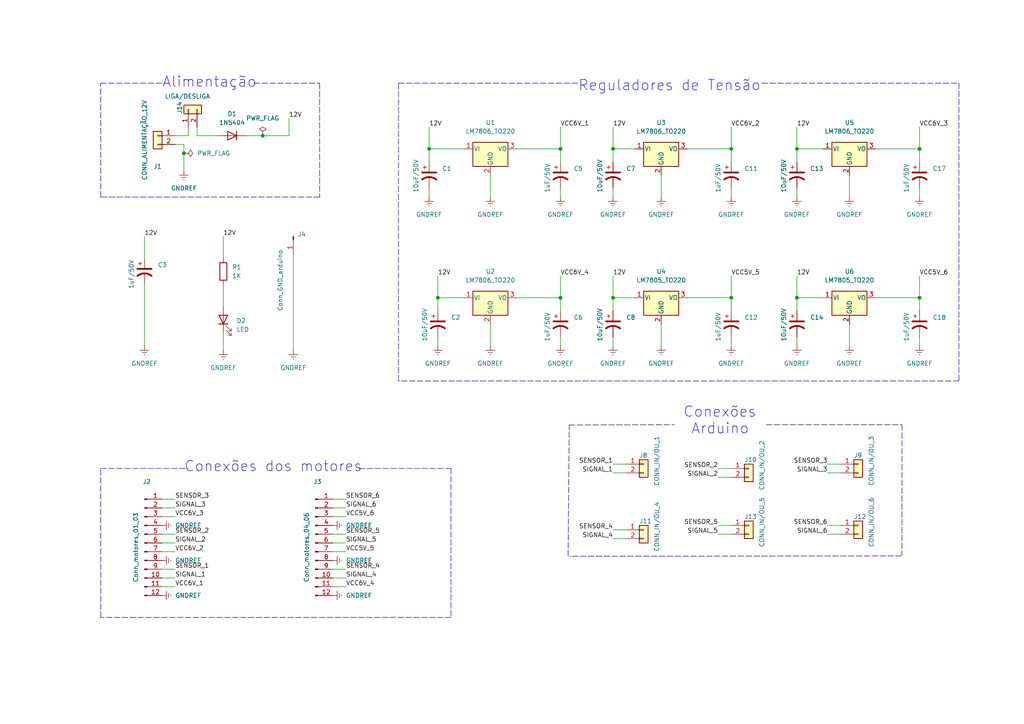
<source format=kicad_sch>
(kicad_sch (version 20211123) (generator eeschema)
  (paper "A4")
  (title_block (title "PCB do drive dos motores do braço robótico") (date "2023-03-20") (company "José Matheus Soares ferreira"))
  (lib_symbols
    (symbol "Connector:Conn_01x01_Male" (pin_names (offset 1.016) hide)
      (property "Reference" "J" (at 0 2.54 0))
      (property "Value" "Conn_01x01_Male" (at 0 -2.54 0))
      (symbol "Conn_01x01_Male_1_1"
        (polyline (pts (xy 1.27 0) (xy 0.8636 0)) (stroke (width 0.1524)))
        (rectangle (start 0.8636 0.127) (end 0 -0.127) (stroke (width 0.1524)) (fill (type outline)))
        (pin passive line (at 5.08 0 180) (length 3.81) (name "Pin_1") (number "1"))
      )
    )
    (symbol "Connector:Conn_01x12_Male" (pin_names (offset 1.016) hide)
      (property "Reference" "J" (at 0 15.24 0))
      (property "Value" "Conn_01x12_Male" (at 0 -17.78 0))
      (symbol "Conn_01x12_Male_1_1"
        (polyline (pts (xy 1.27 -15.24) (xy 0.8636 -15.24)) (stroke (width 0.1524)))
        (polyline (pts (xy 1.27 -12.7) (xy 0.8636 -12.7)) (stroke (width 0.1524)))
        (polyline (pts (xy 1.27 -10.16) (xy 0.8636 -10.16)) (stroke (width 0.1524)))
        (polyline (pts (xy 1.27 -7.62) (xy 0.8636 -7.62)) (stroke (width 0.1524)))
        (polyline (pts (xy 1.27 -5.08) (xy 0.8636 -5.08)) (stroke (width 0.1524)))
        (polyline (pts (xy 1.27 -2.54) (xy 0.8636 -2.54)) (stroke (width 0.1524)))
        (polyline (pts (xy 1.27 0) (xy 0.8636 0)) (stroke (width 0.1524)))
        (polyline (pts (xy 1.27 2.54) (xy 0.8636 2.54)) (stroke (width 0.1524)))
        (polyline (pts (xy 1.27 5.08) (xy 0.8636 5.08)) (stroke (width 0.1524)))
        (polyline (pts (xy 1.27 7.62) (xy 0.8636 7.62)) (stroke (width 0.1524)))
        (polyline (pts (xy 1.27 10.16) (xy 0.8636 10.16)) (stroke (width 0.1524)))
        (polyline (pts (xy 1.27 12.7) (xy 0.8636 12.7)) (stroke (width 0.1524)))
        (rectangle (start 0.8636 -15.113) (end 0 -15.367) (stroke (width 0.1524)) (fill (type outline)))
        (rectangle (start 0.8636 -12.573) (end 0 -12.827) (stroke (width 0.1524)) (fill (type outline)))
        (rectangle (start 0.8636 -10.033) (end 0 -10.287) (stroke (width 0.1524)) (fill (type outline)))
        (rectangle (start 0.8636 -7.493) (end 0 -7.747) (stroke (width 0.1524)) (fill (type outline)))
        (rectangle (start 0.8636 -4.953) (end 0 -5.207) (stroke (width 0.1524)) (fill (type outline)))
        (rectangle (start 0.8636 -2.413) (end 0 -2.667) (stroke (width 0.1524)) (fill (type outline)))
        (rectangle (start 0.8636 0.127) (end 0 -0.127) (stroke (width 0.1524)) (fill (type outline)))
        (rectangle (start 0.8636 2.667) (end 0 2.413) (stroke (width 0.1524)) (fill (type outline)))
        (rectangle (start 0.8636 5.207) (end 0 4.953) (stroke (width 0.1524)) (fill (type outline)))
        (rectangle (start 0.8636 7.747) (end 0 7.493) (stroke (width 0.1524)) (fill (type outline)))
        (rectangle (start 0.8636 10.287) (end 0 10.033) (stroke (width 0.1524)) (fill (type outline)))
        (rectangle (start 0.8636 12.827) (end 0 12.573) (stroke (width 0.1524)) (fill (type outline)))
        (pin passive line (at 5.08 12.7 180) (length 3.81) (name "Pin_1") (number "1"))
        (pin passive line (at 5.08 -10.16 180) (length 3.81) (name "Pin_10") (number "10"))
        (pin passive line (at 5.08 -12.7 180) (length 3.81) (name "Pin_11") (number "11"))
        (pin passive line (at 5.08 -15.24 180) (length 3.81) (name "Pin_12") (number "12"))
        (pin passive line (at 5.08 10.16 180) (length 3.81) (name "Pin_2") (number "2"))
        (pin passive line (at 5.08 7.62 180) (length 3.81) (name "Pin_3") (number "3"))
        (pin passive line (at 5.08 5.08 180) (length 3.81) (name "Pin_4") (number "4"))
        (pin passive line (at 5.08 2.54 180) (length 3.81) (name "Pin_5") (number "5"))
        (pin passive line (at 5.08 0 180) (length 3.81) (name "Pin_6") (number "6"))
        (pin passive line (at 5.08 -2.54 180) (length 3.81) (name "Pin_7") (number "7"))
        (pin passive line (at 5.08 -5.08 180) (length 3.81) (name "Pin_8") (number "8"))
        (pin passive line (at 5.08 -7.62 180) (length 3.81) (name "Pin_9") (number "9"))
      )
    )
    (symbol "Connector_Generic:Conn_01x02" (pin_names (offset 1.016) hide)
      (property "Reference" "J" (at 0 2.54 0))
      (property "Value" "Conn_01x02" (at 0 -5.08 0))
      (symbol "Conn_01x02_1_1"
        (rectangle (start -1.27 -2.413) (end 0 -2.667) (stroke (width 0.1524)))
        (rectangle (start -1.27 0.127) (end 0 -0.127) (stroke (width 0.1524)))
        (rectangle (start -1.27 1.27) (end 1.27 -3.81) (stroke (width 0.254)) (fill (type background)))
        (pin passive line (at -5.08 0 0) (length 3.81) (name "Pin_1") (number "1"))
        (pin passive line (at -5.08 -2.54 0) (length 3.81) (name "Pin_2") (number "2"))
      )
    )
    (symbol "Device:C_Polarized_US" (pin_numbers hide) (pin_names (offset 0.254) hide)
      (property "Reference" "C" (at 0.635 2.54 0))
      (property "Value" "C_Polarized_US" (at 0.635 -2.54 0))
      (symbol "C_Polarized_US_0_1"
        (polyline (pts (xy -2.032 0.762) (xy 2.032 0.762)) (stroke (width 0.508)))
        (polyline (pts (xy -1.778 2.286) (xy -0.762 2.286)))
        (polyline (pts (xy -1.27 1.778) (xy -1.27 2.794)))
        (arc (start 2.032 -1.27) (mid 0 -0.5572) (end -2.032 -1.27) (stroke (width 0.508)))
      )
      (symbol "C_Polarized_US_1_1"
        (pin passive line (at 0 3.81 270) (length 2.794) (name "~") (number "1"))
        (pin passive line (at 0 -3.81 90) (length 3.302) (name "~") (number "2"))
      )
    )
    (symbol "Device:LED" (pin_numbers hide) (pin_names (offset 1.016) hide)
      (property "Reference" "D" (at 0 2.54 0))
      (property "Value" "LED" (at 0 -2.54 0))
      (symbol "LED_0_1"
        (polyline (pts (xy -1.27 -1.27) (xy -1.27 1.27)) (stroke (width 0.254)))
        (polyline (pts (xy -1.27 0) (xy 1.27 0)))
        (polyline (pts (xy 1.27 -1.27) (xy 1.27 1.27) (xy -1.27 0) (xy 1.27 -1.27)) (stroke (width 0.254)))
        (polyline (pts (xy -3.048 -0.762) (xy -4.572 -2.286) (xy -3.81 -2.286) (xy -4.572 -2.286) (xy -4.572 -1.524)))
        (polyline (pts (xy -1.778 -0.762) (xy -3.302 -2.286) (xy -2.54 -2.286) (xy -3.302 -2.286) (xy -3.302 -1.524)))
      )
      (symbol "LED_1_1"
        (pin passive line (at -3.81 0 0) (length 2.54) (name "K") (number "1"))
        (pin passive line (at 3.81 0 180) (length 2.54) (name "A") (number "2"))
      )
    )
    (symbol "Device:R" (pin_numbers hide) (pin_names (offset 0))
      (property "Reference" "R" (at 2.032 0 90))
      (property "Value" "R" (at 0 0 90))
      (symbol "R_0_1"
        (rectangle (start -1.016 -2.54) (end 1.016 2.54) (stroke (width 0.254)))
      )
      (symbol "R_1_1"
        (pin passive line (at 0 3.81 270) (length 1.27) (name "~") (number "1"))
        (pin passive line (at 0 -3.81 90) (length 1.27) (name "~") (number "2"))
      )
    )
    (symbol "Diode:1N5404" (pin_numbers hide) (pin_names (offset 1.016) hide)
      (property "Reference" "D" (at 0 2.54 0))
      (property "Value" "1N5404" (at 0 -2.54 0))
      (symbol "1N5404_0_1"
        (polyline (pts (xy -1.27 1.27) (xy -1.27 -1.27)) (stroke (width 0.254)))
        (polyline (pts (xy 1.27 0) (xy -1.27 0)))
        (polyline (pts (xy 1.27 1.27) (xy 1.27 -1.27) (xy -1.27 0) (xy 1.27 1.27)) (stroke (width 0.254)))
      )
      (symbol "1N5404_1_1"
        (pin passive line (at -3.81 0 0) (length 2.54) (name "K") (number "1"))
        (pin passive line (at 3.81 0 180) (length 2.54) (name "A") (number "2"))
      )
    )
    (symbol "Regulator_Linear:LM7805_TO220" (pin_names (offset 0.254))
      (property "Reference" "U" (at -3.81 3.175 0))
      (property "Value" "LM7805_TO220" (at 0 3.175 0))
      (symbol "LM7805_TO220_0_1"
        (rectangle (start -5.08 1.905) (end 5.08 -5.08) (stroke (width 0.254)) (fill (type background)))
      )
      (symbol "LM7805_TO220_1_1"
        (pin power_in line (at -7.62 0 0) (length 2.54) (name "VI") (number "1"))
        (pin power_in line (at 0 -7.62 90) (length 2.54) (name "GND") (number "2"))
        (pin power_out line (at 7.62 0 180) (length 2.54) (name "VO") (number "3"))
      )
    )
    (symbol "Regulator_Linear:LM7806_TO220" (pin_names (offset 0.254))
      (property "Reference" "U" (at -3.81 3.175 0))
      (property "Value" "LM7806_TO220" (at 0 3.175 0))
      (symbol "LM7806_TO220_0_1"
        (rectangle (start -5.08 1.905) (end 5.08 -5.08) (stroke (width 0.254)) (fill (type background)))
      )
      (symbol "LM7806_TO220_1_1"
        (pin power_in line (at -7.62 0 0) (length 2.54) (name "VI") (number "1"))
        (pin power_in line (at 0 -7.62 90) (length 2.54) (name "GND") (number "2"))
        (pin power_out line (at 7.62 0 180) (length 2.54) (name "VO") (number "3"))
      )
    )
    (symbol "power:GNDREF" (power) (pin_names (offset 0))
      (property "Value" "GNDREF" (at 0 -3.81 0))
      (symbol "GNDREF_0_1"
        (polyline (pts (xy -0.635 -1.905) (xy 0.635 -1.905)))
        (polyline (pts (xy -0.127 -2.54) (xy 0.127 -2.54)))
        (polyline (pts (xy 0 -1.27) (xy 0 0)))
        (polyline (pts (xy 1.27 -1.27) (xy -1.27 -1.27)))
      )
      (symbol "GNDREF_1_1"
        (pin power_in line (at 0 0 270) (length 0) hide (name "GNDREF") (number "1"))
      )
    )
    (symbol "power:PWR_FLAG" (power) (pin_numbers hide) (pin_names (offset 0) hide)
      (property "Value" "PWR_FLAG" (at 0 3.81 0))
      (symbol "PWR_FLAG_0_0"
        (pin power_out line (at 0 0 90) (length 0) (name "pwr") (number "1"))
      )
      (symbol "PWR_FLAG_0_1"
        (polyline (pts (xy 0 0) (xy 0 1.27) (xy -1.016 1.905) (xy 0 2.54) (xy 1.016 1.905) (xy 0 1.27)))
      )
    )
  )
  (junction (at 162.56 43.18))
  (junction (at 76.2 39.37))
  (junction (at 177.8 43.18))
  (junction (at 231.14 86.36))
  (junction (at 212.09 86.36))
  (junction (at 53.34 44.45))
  (junction (at 177.8 86.36))
  (junction (at 266.7 86.36))
  (junction (at 127 86.36))
  (junction (at 212.09 43.18))
  (junction (at 266.7 43.18))
  (junction (at 231.14 43.18))
  (junction (at 124.46 43.18))
  (junction (at 162.56 86.36))
  (wire (pts (xy 41.91 82.55) (xy 41.91 100.33)))
  (wire (pts (xy 124.46 46.99) (xy 124.46 43.18)))
  (wire (pts (xy 41.91 68.58) (xy 41.91 74.93)))
  (wire (pts (xy 231.14 46.99) (xy 231.14 43.18)))
  (wire (pts (xy 231.14 97.79) (xy 231.14 100.33)))
  (polyline (pts (xy 92.71 24.13) (xy 92.71 57.15)))
  (wire (pts (xy 162.56 86.36) (xy 162.56 90.17)))
  (wire (pts (xy 231.14 86.36) (xy 238.76 86.36)))
  (wire (pts (xy 96.52 160.02) (xy 100.33 160.02)))
  (wire (pts (xy 212.09 152.4) (xy 208.28 152.4)))
  (wire (pts (xy 181.61 134.62) (xy 177.8 134.62)))
  (polyline (pts (xy 222.25 123.19) (xy 261.5692 123.19)))
  (polyline (pts (xy 130.81 135.89) (xy 130.81 179.07)))
  (wire (pts (xy 83.82 39.37) (xy 83.82 34.29)))
  (wire (pts (xy 124.46 54.61) (xy 124.46 57.15)))
  (polyline (pts (xy 29.21 179.07) (xy 29.21 135.89)))
  (wire (pts (xy 266.7 80.01) (xy 266.7 86.36)))
  (wire (pts (xy 64.77 82.55) (xy 64.77 88.9)))
  (wire (pts (xy 243.84 154.94) (xy 240.03 154.94)))
  (wire (pts (xy 57.15 39.37) (xy 63.5 39.37)))
  (wire (pts (xy 243.84 134.62) (xy 240.03 134.62)))
  (wire (pts (xy 127 97.79) (xy 127 100.33)))
  (wire (pts (xy 96.52 170.18) (xy 100.33 170.18)))
  (wire (pts (xy 254 86.36) (xy 266.7 86.36)))
  (polyline (pts (xy 261.62 123.19) (xy 261.5946 161.0868)))
  (wire (pts (xy 142.24 93.98) (xy 142.24 100.33)))
  (wire (pts (xy 199.39 86.36) (xy 212.09 86.36)))
  (polyline (pts (xy 92.71 57.15) (xy 29.21 57.15)))
  (wire (pts (xy 231.14 36.83) (xy 231.14 43.18)))
  (wire (pts (xy 177.8 54.61) (xy 177.8 57.15)))
  (wire (pts (xy 212.09 135.89) (xy 208.28 135.89)))
  (polyline (pts (xy 261.4422 161.2392) (xy 165.2016 161.3408)))
  (wire (pts (xy 177.8 86.36) (xy 184.15 86.36)))
  (wire (pts (xy 181.61 153.67) (xy 177.8 153.67)))
  (wire (pts (xy 127 86.36) (xy 134.62 86.36)))
  (wire (pts (xy 46.99 149.86) (xy 50.8 149.86)))
  (polyline (pts (xy 29.21 24.13) (xy 46.99 24.13)))
  (polyline (pts (xy 29.21 135.89) (xy 54.61 135.89)))
  (wire (pts (xy 76.2 39.37) (xy 83.82 39.37)))
  (wire (pts (xy 127 80.01) (xy 127 86.36)))
  (wire (pts (xy 177.8 36.83) (xy 177.8 43.18)))
  (wire (pts (xy 266.7 36.83) (xy 266.7 43.18)))
  (wire (pts (xy 96.52 149.86) (xy 100.33 149.86)))
  (wire (pts (xy 46.99 165.1) (xy 50.8 165.1)))
  (wire (pts (xy 177.8 80.01) (xy 177.8 86.36)))
  (wire (pts (xy 266.7 43.18) (xy 266.7 46.99)))
  (polyline (pts (xy 278.13 110.49) (xy 115.57 110.49)))
  (wire (pts (xy 181.61 156.21) (xy 177.8 156.21)))
  (wire (pts (xy 149.86 43.18) (xy 162.56 43.18)))
  (polyline (pts (xy 164.7698 161.2392) (xy 165.1 123.19)))
  (wire (pts (xy 212.09 80.01) (xy 212.09 86.36)))
  (wire (pts (xy 246.38 93.98) (xy 246.38 100.33)))
  (wire (pts (xy 64.77 68.58) (xy 64.77 74.93)))
  (wire (pts (xy 177.8 97.79) (xy 177.8 100.33)))
  (wire (pts (xy 212.09 36.83) (xy 212.09 43.18)))
  (wire (pts (xy 199.39 43.18) (xy 212.09 43.18)))
  (wire (pts (xy 243.84 152.4) (xy 240.03 152.4)))
  (polyline (pts (xy 73.66 24.13) (xy 92.71 24.13)))
  (wire (pts (xy 162.56 97.79) (xy 162.56 100.33)))
  (wire (pts (xy 46.99 167.64) (xy 50.8 167.64)))
  (wire (pts (xy 162.56 54.61) (xy 162.56 57.15)))
  (wire (pts (xy 266.7 97.79) (xy 266.7 100.33)))
  (wire (pts (xy 54.61 39.37) (xy 54.61 36.83)))
  (wire (pts (xy 53.34 44.45) (xy 53.34 41.91)))
  (wire (pts (xy 124.46 36.83) (xy 124.46 43.18)))
  (wire (pts (xy 96.52 147.32) (xy 100.33 147.32)))
  (wire (pts (xy 124.46 43.18) (xy 134.62 43.18)))
  (wire (pts (xy 46.99 170.18) (xy 50.8 170.18)))
  (wire (pts (xy 191.77 50.8) (xy 191.77 57.15)))
  (wire (pts (xy 162.56 80.01) (xy 162.56 86.36)))
  (wire (pts (xy 142.24 50.8) (xy 142.24 57.15)))
  (polyline (pts (xy 29.21 57.15) (xy 29.21 24.13)))
  (wire (pts (xy 50.8 41.91) (xy 53.34 41.91)))
  (wire (pts (xy 231.14 90.17) (xy 231.14 86.36)))
  (wire (pts (xy 85.09 73.66) (xy 85.09 101.6)))
  (wire (pts (xy 46.99 157.48) (xy 50.8 157.48)))
  (wire (pts (xy 231.14 54.61) (xy 231.14 57.15)))
  (wire (pts (xy 50.8 39.37) (xy 54.61 39.37)))
  (wire (pts (xy 231.14 43.18) (xy 238.76 43.18)))
  (wire (pts (xy 212.09 54.61) (xy 212.09 57.15)))
  (wire (pts (xy 46.99 160.02) (xy 50.8 160.02)))
  (wire (pts (xy 266.7 54.61) (xy 266.7 57.15)))
  (wire (pts (xy 162.56 43.18) (xy 162.56 46.99)))
  (wire (pts (xy 212.09 138.43) (xy 208.28 138.43)))
  (wire (pts (xy 53.34 44.45) (xy 53.34 49.53)))
  (wire (pts (xy 127 90.17) (xy 127 86.36)))
  (wire (pts (xy 212.09 97.79) (xy 212.09 100.33)))
  (polyline (pts (xy 130.81 179.07) (xy 29.21 179.07)))
  (wire (pts (xy 96.52 165.1) (xy 100.33 165.1)))
  (wire (pts (xy 96.52 154.94) (xy 100.33 154.94)))
  (polyline (pts (xy 115.57 110.49) (xy 115.57 24.13)))
  (wire (pts (xy 266.7 86.36) (xy 266.7 90.17)))
  (wire (pts (xy 177.8 46.99) (xy 177.8 43.18)))
  (wire (pts (xy 212.09 86.36) (xy 212.09 90.17)))
  (polyline (pts (xy 278.13 24.13) (xy 278.13 110.49)))
  (wire (pts (xy 191.77 93.98) (xy 191.77 100.33)))
  (wire (pts (xy 46.99 154.94) (xy 50.8 154.94)))
  (wire (pts (xy 231.14 80.01) (xy 231.14 86.36)))
  (wire (pts (xy 177.8 43.18) (xy 184.15 43.18)))
  (wire (pts (xy 149.86 86.36) (xy 162.56 86.36)))
  (wire (pts (xy 57.15 36.83) (xy 57.15 39.37)))
  (polyline (pts (xy 115.57 24.13) (xy 167.64 24.13)))
  (wire (pts (xy 254 43.18) (xy 266.7 43.18)))
  (wire (pts (xy 96.52 157.48) (xy 100.33 157.48)))
  (wire (pts (xy 246.38 50.8) (xy 246.38 57.15)))
  (wire (pts (xy 96.52 167.64) (xy 100.33 167.64)))
  (wire (pts (xy 212.09 154.94) (xy 208.28 154.94)))
  (wire (pts (xy 96.52 144.78) (xy 100.33 144.78)))
  (polyline (pts (xy 165.1 123.2662) (xy 195.58 123.19)))
  (wire (pts (xy 64.77 96.52) (xy 64.77 101.6)))
  (wire (pts (xy 177.8 90.17) (xy 177.8 86.36)))
  (wire (pts (xy 181.61 137.16) (xy 177.8 137.16)))
  (polyline (pts (xy 220.98 24.13) (xy 278.13 24.13)))
  (wire (pts (xy 162.56 36.83) (xy 162.56 43.18)))
  (wire (pts (xy 243.84 137.16) (xy 240.03 137.16)))
  (polyline (pts (xy 104.14 135.89) (xy 130.81 135.89)))
  (wire (pts (xy 212.09 43.18) (xy 212.09 46.99)))
  (wire (pts (xy 46.99 144.78) (xy 50.8 144.78)))
  (wire (pts (xy 71.12 39.37) (xy 76.2 39.37)))
  (wire (pts (xy 46.99 147.32) (xy 50.8 147.32)))
  (text "Conexões dos motores" (at 53.34 137.16 0) (effects (font (size 3 3)) (justify left bottom)))
  (text "Reguladores de Tensão\n" (at 167.64 26.67 0) (effects (font (size 3 3)) (justify left bottom)))
  (text "Alimentação\n\n" (at 46.99 30.48 0) (effects (font (size 3 3)) (justify left bottom)))
  (text "Conexões \n Arduino\n" (at 198.12 126.1872 0) (effects (font (size 3 3)) (justify left bottom)))
  (label "SIGNAL_6" (at 100.33 147.32 0))
  (label "SIGNAL_2" (at 50.8 157.48 0))
  (label "12V" (at 127 80.01 0))
  (label "12V" (at 41.91 68.58 0))
  (label "SIGNAL_3" (at 240.03 137.16 180))
  (label "SIGNAL_1" (at 50.8 167.64 0))
  (label "SIGNAL_2" (at 208.28 138.43 180))
  (label "SENSOR_6" (at 240.03 152.4 180))
  (label "VCC6V_3" (at 266.7 36.83 0))
  (label "VCC6V_1" (at 162.56 36.83 0))
  (label "VCC5V_6" (at 266.7 80.01 0))
  (label "SENSOR_6" (at 100.33 144.78 0))
  (label "12V" (at 177.8 36.83 0))
  (label "SENSOR_3" (at 240.03 134.62 180))
  (label "SIGNAL_5" (at 100.33 157.48 0))
  (label "SENSOR_1" (at 50.8 165.1 0))
  (label "SIGNAL_4" (at 100.33 167.64 0))
  (label "SENSOR_5" (at 208.28 152.4 180))
  (label "VCC6V_2" (at 212.09 36.83 0))
  (label "VCC6V_2" (at 50.8 160.02 0))
  (label "SENSOR_4" (at 100.33 165.1 0))
  (label "SENSOR_3" (at 50.8 144.78 0))
  (label "SIGNAL_5" (at 208.28 154.94 180))
  (label "VCC5V_6" (at 100.33 149.86 0))
  (label "12V" (at 231.14 36.83 0))
  (label "SIGNAL_6" (at 240.03 154.94 180))
  (label "12V" (at 64.77 68.58 0))
  (label "SIGNAL_4" (at 177.8 156.21 180))
  (label "SENSOR_1" (at 177.8 134.62 180))
  (label "VCC5V_5" (at 212.09 80.01 0))
  (label "VCC6V_4" (at 100.33 170.18 0))
  (label "12V" (at 124.46 36.83 0))
  (label "VCC6V_3" (at 50.8 149.86 0))
  (label "12V" (at 83.82 34.29 0))
  (label "VCC6V_1" (at 50.8 170.18 0))
  (label "VCC6V_4" (at 162.56 80.01 0))
  (label "SENSOR_2" (at 208.28 135.89 180))
  (label "SENSOR_4" (at 177.8 153.67 180))
  (label "VCC5V_5" (at 100.33 160.02 0))
  (label "12V" (at 177.8 80.01 0))
  (label "SENSOR_2" (at 50.8 154.94 0))
  (label "SIGNAL_3" (at 50.8 147.32 0))
  (label "SIGNAL_1" (at 177.8 137.16 180))
  (label "SENSOR_5" (at 100.33 154.94 0))
  (label "12V" (at 231.14 80.01 0))
  (symbol (lib_id "Device:C_Polarized_US") (at 177.8 50.8 0) (unit 1)
    (property "Reference" "C7" (at 181.61 48.8949 0) (effects (justify left)))
    (property "Value" "10uF/50V" (at 173.99 55.88 90) (effects (justify left)))
    (property "Footprint" "Capacitor_THT:CP_Radial_D5.0mm_P2.50mm" (effects hide))
  )
  (symbol (lib_id "Device:C_Polarized_US") (at 231.14 93.98 0) (unit 1)
    (property "Reference" "C14" (at 234.95 92.0749 0) (effects (justify left)))
    (property "Value" "10uF/50V" (at 227.33 99.06 90) (effects (justify left)))
    (property "Footprint" "Capacitor_THT:CP_Radial_D5.0mm_P2.50mm" (effects hide))
  )
  (symbol (lib_id "Device:LED") (at 64.77 92.71 90) (unit 1)
    (property "Reference" "D2" (at 68.58 93.0274 90) (effects (justify right)))
    (property "Value" "LED" (at 68.58 95.5674 90) (effects (justify right)))
    (property "Footprint" "LED_THT:LED_D5.0mm" (effects hide))
  )
  (symbol (lib_id "Device:C_Polarized_US") (at 231.14 50.8 0) (unit 1)
    (property "Reference" "C13" (at 234.95 48.8949 0) (effects (justify left)))
    (property "Value" "10uF/50V" (at 227.33 55.88 90) (effects (justify left)))
    (property "Footprint" "Capacitor_THT:CP_Radial_D5.0mm_P2.50mm" (effects hide))
  )
  (symbol (lib_id "power:GNDREF") (at 246.38 100.33 0) (unit 1)
    (property "Reference" "#PWR023" (effects hide))
    (property "Value" "GNDREF" (at 246.38 105.41 0))
  )
  (symbol (lib_id "Connector_Generic:Conn_01x02") (at 217.17 135.89 0) (unit 1)
    (property "Reference" "J10" (at 215.9 133.35 0) (effects (justify left)))
    (property "Value" "CONN_IN/OU_2" (at 220.98 142.24 90) (effects (justify left)))
    (property "Footprint" "Connector_PinSocket_2.54mm:PinSocket_1x02_P2.54mm_Vertical" (effects hide))
  )
  (symbol (lib_id "power:GNDREF") (at 41.91 100.33 0) (unit 1)
    (property "Reference" "#PWR026" (effects hide))
    (property "Value" "GNDREF" (at 41.91 105.41 0))
  )
  (symbol (lib_id "Connector_Generic:Conn_01x02") (at 248.92 134.62 0) (unit 1)
    (property "Reference" "J9" (at 247.65 132.08 0) (effects (justify left)))
    (property "Value" "CONN_IN/OU_3" (at 252.73 140.97 90) (effects (justify left)))
    (property "Footprint" "Connector_PinSocket_2.54mm:PinSocket_1x02_P2.54mm_Vertical" (effects hide))
  )
  (symbol (lib_id "power:GNDREF") (at 191.77 100.33 0) (unit 1)
    (property "Reference" "#PWR017" (effects hide))
    (property "Value" "GNDREF" (at 191.77 105.41 0))
  )
  (symbol (lib_id "power:GNDREF") (at 212.09 100.33 0) (unit 1)
    (property "Reference" "#PWR019" (effects hide))
    (property "Value" "GNDREF" (at 212.09 105.41 0))
  )
  (symbol (lib_id "power:GNDREF") (at 124.46 57.15 0) (unit 1)
    (property "Reference" "#PWR02" (effects hide))
    (property "Value" "GNDREF" (at 124.46 62.23 0))
  )
  (symbol (lib_id "power:GNDREF") (at 212.09 57.15 0) (unit 1)
    (property "Reference" "#PWR018" (effects hide))
    (property "Value" "GNDREF" (at 212.09 62.23 0))
  )
  (symbol (lib_id "Regulator_Linear:LM7805_TO220") (at 191.77 86.36 0) (unit 1)
    (property "Reference" "U4" (at 191.77 78.74 0))
    (property "Value" "LM7805_TO220" (at 191.77 81.28 0))
    (property "Footprint" "Package_TO_SOT_THT:TO-220-3_Horizontal_TabDown" (effects hide))
    (property "Datasheet" "https://www.onsemi.cn/PowerSolutions/document/MC7800-D.PDF" (effects hide))
  )
  (symbol (lib_id "power:GNDREF") (at 96.52 152.4 90) (mirror x) (unit 1)
    (property "Reference" "#PWR013" (effects hide))
    (property "Value" "GNDREF" (at 100.33 152.4001 90) (effects (justify right)))
  )
  (symbol (lib_id "power:GNDREF") (at 46.99 152.4 90) (mirror x) (unit 1)
    (property "Reference" "#PWR04" (effects hide))
    (property "Value" "GNDREF" (at 50.8 152.4001 90) (effects (justify right)))
  )
  (symbol (lib_id "power:GNDREF") (at 96.52 172.72 90) (mirror x) (unit 1)
    (property "Reference" "#PWR011" (effects hide))
    (property "Value" "GNDREF" (at 100.33 172.7201 90) (effects (justify right)))
  )
  (symbol (lib_id "Device:C_Polarized_US") (at 127 93.98 0) (unit 1)
    (property "Reference" "C2" (at 130.81 92.0749 0) (effects (justify left)))
    (property "Value" "10uF/50V" (at 123.19 99.06 90) (effects (justify left)))
    (property "Footprint" "Capacitor_THT:CP_Radial_D5.0mm_P2.50mm" (effects hide))
  )
  (symbol (lib_id "power:GNDREF") (at 266.7 100.33 0) (unit 1)
    (property "Reference" "#PWR025" (effects hide))
    (property "Value" "GNDREF" (at 266.7 105.41 0))
  )
  (symbol (lib_id "Connector_Generic:Conn_01x02") (at 186.69 134.62 0) (unit 1)
    (property "Reference" "J8" (at 185.42 132.08 0) (effects (justify left)))
    (property "Value" "CONN_IN/OU_1" (at 190.5 140.97 90) (effects (justify left)))
    (property "Footprint" "Connector_PinSocket_2.54mm:PinSocket_1x02_P2.54mm_Vertical" (effects hide))
  )
  (symbol (lib_id "Connector_Generic:Conn_01x02") (at 217.17 152.4 0) (unit 1)
    (property "Reference" "J13" (at 215.9 149.86 0) (effects (justify left)))
    (property "Value" "CONN_IN/OU_5" (at 220.98 158.75 90) (effects (justify left)))
    (property "Footprint" "Connector_PinSocket_2.54mm:PinSocket_1x02_P2.54mm_Vertical" (effects hide))
  )
  (symbol (lib_id "Device:R") (at 64.77 78.74 0) (unit 1)
    (property "Reference" "R1" (at 67.31 77.4699 0) (effects (justify left)))
    (property "Value" "1K" (at 67.31 80.0099 0) (effects (justify left)))
    (property "Footprint" "Resistor_THT:R_Axial_DIN0207_L6.3mm_D2.5mm_P10.16mm_Horizontal" (effects hide))
  )
  (symbol (lib_id "Device:C_Polarized_US") (at 162.56 93.98 0) (unit 1)
    (property "Reference" "C6" (at 166.37 92.0749 0) (effects (justify left)))
    (property "Value" "1uF/50V" (at 158.75 99.06 90) (effects (justify left)))
    (property "Footprint" "Capacitor_THT:CP_Radial_D5.0mm_P2.50mm" (effects hide))
  )
  (symbol (lib_id "power:GNDREF") (at 266.7 57.15 0) (unit 1)
    (property "Reference" "#PWR024" (effects hide))
    (property "Value" "GNDREF" (at 266.7 62.23 0))
  )
  (symbol (lib_id "Connector:Conn_01x12_Male") (at 91.44 157.48 0) (unit 1)
    (property "Reference" "J3" (at 92.075 139.7 0))
    (property "Value" "Conn_motores_04_06" (at 88.9 158.75 90))
    (property "Footprint" "TerminalBlock_Phoenix:TerminalBlock_Phoenix_MKDS-1,5-12_1x12_P5.00mm_Horizontal" (effects hide))
  )
  (symbol (lib_id "power:GNDREF") (at 231.14 100.33 0) (unit 1)
    (property "Reference" "#PWR021" (effects hide))
    (property "Value" "GNDREF" (at 231.14 105.41 0))
  )
  (symbol (lib_id "Regulator_Linear:LM7806_TO220") (at 246.38 43.18 0) (unit 1)
    (property "Reference" "U5" (at 246.38 35.56 0))
    (property "Value" "LM7806_TO220" (at 246.38 38.1 0))
    (property "Footprint" "Package_TO_SOT_THT:TO-220-3_Horizontal_TabDown" (effects hide))
    (property "Datasheet" "https://www.onsemi.cn/PowerSolutions/document/MC7800-D.PDF" (effects hide))
  )
  (symbol (lib_id "power:GNDREF") (at 85.09 101.6 0) (unit 1)
    (property "Reference" "#PWR028" (effects hide))
    (property "Value" "GNDREF" (at 85.09 106.68 0))
  )
  (symbol (lib_id "power:GNDREF") (at 46.99 172.72 90) (mirror x) (unit 1)
    (property "Reference" "#PWR06" (effects hide))
    (property "Value" "GNDREF" (at 50.8 172.7201 90) (effects (justify right)))
  )
  (symbol (lib_id "power:GNDREF") (at 162.56 100.33 0) (unit 1)
    (property "Reference" "#PWR010" (effects hide))
    (property "Value" "GNDREF" (at 162.56 105.41 0))
  )
  (symbol (lib_id "Connector:Conn_01x12_Male") (at 41.91 157.48 0) (unit 1)
    (property "Reference" "J2" (at 42.545 139.7 0))
    (property "Value" "Conn_motores_01_03" (at 39.37 158.75 90))
    (property "Footprint" "TerminalBlock_Phoenix:TerminalBlock_Phoenix_MKDS-1,5-12_1x12_P5.00mm_Horizontal" (effects hide))
  )
  (symbol (lib_id "power:GNDREF") (at 142.24 57.15 0) (unit 1)
    (property "Reference" "#PWR07" (effects hide))
    (property "Value" "GNDREF" (at 142.24 62.23 0))
  )
  (symbol (lib_id "Device:C_Polarized_US") (at 177.8 93.98 0) (unit 1)
    (property "Reference" "C8" (at 181.61 92.0749 0) (effects (justify left)))
    (property "Value" "10uF/50V" (at 173.99 99.06 90) (effects (justify left)))
    (property "Footprint" "Capacitor_THT:CP_Radial_D5.0mm_P2.50mm" (effects hide))
  )
  (symbol (lib_id "power:PWR_FLAG") (at 53.34 44.45 270) (unit 1)
    (property "Reference" "#FLG0102" (effects hide))
    (property "Value" "PWR_FLAG" (at 57.15 44.4499 90) (effects (justify left)))
  )
  (symbol (lib_id "Regulator_Linear:LM7806_TO220") (at 142.24 43.18 0) (unit 1)
    (property "Reference" "U1" (at 142.24 35.56 0))
    (property "Value" "LM7806_TO220" (at 142.24 38.1 0))
    (property "Footprint" "Package_TO_SOT_THT:TO-220-3_Horizontal_TabDown" (effects hide))
    (property "Datasheet" "https://www.onsemi.cn/PowerSolutions/document/MC7800-D.PDF" (effects hide))
  )
  (symbol (lib_id "power:GNDREF") (at 162.56 57.15 0) (unit 1)
    (property "Reference" "#PWR09" (effects hide))
    (property "Value" "GNDREF" (at 162.56 62.23 0))
  )
  (symbol (lib_id "power:PWR_FLAG") (at 76.2 39.37 0) (unit 1)
    (property "Reference" "#FLG0101" (effects hide))
    (property "Value" "PWR_FLAG" (at 76.2 34.29 0))
  )
  (symbol (lib_id "power:GNDREF") (at 231.14 57.15 0) (unit 1)
    (property "Reference" "#PWR020" (effects hide))
    (property "Value" "GNDREF" (at 231.14 62.23 0))
  )
  (symbol (lib_id "Diode:1N5404") (at 67.31 39.37 180) (unit 1)
    (property "Reference" "D1" (at 67.31 33.02 0))
    (property "Value" "1N5404" (at 67.31 35.56 0))
    (property "Footprint" "Laboratorio_controle:D_DO_6A6_DC__P15.24mm_Horizontal_D1.0mm" (effects hide))
    (property "Datasheet" "http://www.vishay.com/docs/88516/1n5400.pdf" (effects hide))
  )
  (symbol (lib_id "Regulator_Linear:LM7806_TO220") (at 142.24 86.36 0) (unit 1)
    (property "Reference" "U2" (at 142.24 78.74 0))
    (property "Value" "LM7806_TO220" (at 142.24 81.28 0))
    (property "Footprint" "Package_TO_SOT_THT:TO-220-3_Horizontal_TabDown" (effects hide))
    (property "Datasheet" "https://www.onsemi.cn/PowerSolutions/document/MC7800-D.PDF" (effects hide))
  )
  (symbol (lib_id "power:GNDREF") (at 177.8 57.15 0) (unit 1)
    (property "Reference" "#PWR014" (effects hide))
    (property "Value" "GNDREF" (at 177.8 62.23 0))
  )
  (symbol (lib_id "Device:C_Polarized_US") (at 212.09 50.8 0) (unit 1)
    (property "Reference" "C11" (at 215.9 48.8949 0) (effects (justify left)))
    (property "Value" "1uF/50V" (at 208.28 55.88 90) (effects (justify left)))
    (property "Footprint" "Capacitor_THT:CP_Radial_D5.0mm_P2.50mm" (effects hide))
  )
  (symbol (lib_id "Connector_Generic:Conn_01x02") (at 54.61 31.75 90) (unit 1)
    (property "Reference" "J14" (at 52.07 33.02 0) (effects (justify left)))
    (property "Value" "LIGA/DESLIGA" (at 60.96 27.94 90) (effects (justify left)))
    (property "Footprint" "Connector_PinSocket_2.54mm:PinSocket_1x02_P2.54mm_Vertical" (effects hide))
  )
  (symbol (lib_id "power:GNDREF") (at 46.99 162.56 90) (mirror x) (unit 1)
    (property "Reference" "#PWR05" (effects hide))
    (property "Value" "GNDREF" (at 50.8 162.5601 90) (effects (justify right)))
  )
  (symbol (lib_id "power:GNDREF") (at 96.52 162.56 90) (mirror x) (unit 1)
    (property "Reference" "#PWR012" (effects hide))
    (property "Value" "GNDREF" (at 100.33 162.5601 90) (effects (justify right)))
  )
  (symbol (lib_id "Connector:Conn_01x01_Male") (at 85.09 68.58 270) (unit 1)
    (property "Reference" "J4" (at 86.36 67.9449 90) (effects (justify left)))
    (property "Value" "Conn_GND_arduino" (at 81.28 72.39 0) (effects (justify left)))
    (property "Footprint" "Connector_PinSocket_2.54mm:PinSocket_1x01_P2.54mm_Vertical" (effects hide))
  )
  (symbol (lib_id "Connector_Generic:Conn_01x02") (at 186.69 153.67 0) (unit 1)
    (property "Reference" "J11" (at 185.42 151.13 0) (effects (justify left)))
    (property "Value" "CONN_IN/OU_4" (at 190.5 160.02 90) (effects (justify left)))
    (property "Footprint" "Connector_PinSocket_2.54mm:PinSocket_1x02_P2.54mm_Vertical" (effects hide))
  )
  (symbol (lib_id "power:GNDREF") (at 246.38 57.15 0) (unit 1)
    (property "Reference" "#PWR022" (effects hide))
    (property "Value" "GNDREF" (at 246.38 62.23 0))
  )
  (symbol (lib_id "Regulator_Linear:LM7806_TO220") (at 191.77 43.18 0) (unit 1)
    (property "Reference" "U3" (at 191.77 35.56 0))
    (property "Value" "LM7806_TO220" (at 191.77 38.1 0))
    (property "Footprint" "Package_TO_SOT_THT:TO-220-3_Horizontal_TabDown" (effects hide))
    (property "Datasheet" "https://www.onsemi.cn/PowerSolutions/document/MC7800-D.PDF" (effects hide))
  )
  (symbol (lib_id "power:GNDREF") (at 142.24 100.33 0) (unit 1)
    (property "Reference" "#PWR08" (effects hide))
    (property "Value" "GNDREF" (at 142.24 105.41 0))
  )
  (symbol (lib_id "power:GNDREF") (at 53.34 49.53 0) (unit 1)
    (property "Reference" "#PWR01" (effects hide))
    (property "Value" "GNDREF" (at 53.34 54.61 0))
  )
  (symbol (lib_id "Device:C_Polarized_US") (at 266.7 93.98 0) (unit 1)
    (property "Reference" "C18" (at 270.51 92.0749 0) (effects (justify left)))
    (property "Value" "1uF/50V" (at 262.89 99.06 90) (effects (justify left)))
    (property "Footprint" "Capacitor_THT:CP_Radial_D5.0mm_P2.50mm" (effects hide))
  )
  (symbol (lib_id "power:GNDREF") (at 64.77 101.6 0) (unit 1)
    (property "Reference" "#PWR027" (effects hide))
    (property "Value" "GNDREF" (at 64.77 106.68 0))
  )
  (symbol (lib_id "Device:C_Polarized_US") (at 41.91 78.74 0) (unit 1)
    (property "Reference" "C3" (at 45.72 76.8349 0) (effects (justify left)))
    (property "Value" "1uF/50V" (at 38.1 83.82 90) (effects (justify left)))
    (property "Footprint" "Capacitor_THT:CP_Radial_D5.0mm_P2.50mm" (effects hide))
  )
  (symbol (lib_id "power:GNDREF") (at 127 100.33 0) (unit 1)
    (property "Reference" "#PWR03" (effects hide))
    (property "Value" "GNDREF" (at 127 105.41 0))
  )
  (symbol (lib_id "power:GNDREF") (at 177.8 100.33 0) (unit 1)
    (property "Reference" "#PWR015" (effects hide))
    (property "Value" "GNDREF" (at 177.8 105.41 0))
  )
  (symbol (lib_id "power:GNDREF") (at 191.77 57.15 0) (unit 1)
    (property "Reference" "#PWR016" (effects hide))
    (property "Value" "GNDREF" (at 191.77 62.23 0))
  )
  (symbol (lib_id "Regulator_Linear:LM7805_TO220") (at 246.38 86.36 0) (unit 1)
    (property "Reference" "U6" (at 246.38 78.74 0))
    (property "Value" "LM7805_TO220" (at 246.38 81.28 0))
    (property "Footprint" "Package_TO_SOT_THT:TO-220-3_Horizontal_TabDown" (effects hide))
    (property "Datasheet" "https://www.onsemi.cn/PowerSolutions/document/MC7800-D.PDF" (effects hide))
  )
  (symbol (lib_id "Device:C_Polarized_US") (at 212.09 93.98 0) (unit 1)
    (property "Reference" "C12" (at 215.9 92.0749 0) (effects (justify left)))
    (property "Value" "1uF/50V" (at 208.28 99.06 90) (effects (justify left)))
    (property "Footprint" "Capacitor_THT:CP_Radial_D5.0mm_P2.50mm" (effects hide))
  )
  (symbol (lib_id "Device:C_Polarized_US") (at 266.7 50.8 0) (unit 1)
    (property "Reference" "C17" (at 270.51 48.8949 0) (effects (justify left)))
    (property "Value" "1uF/50V" (at 262.89 55.88 90) (effects (justify left)))
    (property "Footprint" "Capacitor_THT:CP_Radial_D5.0mm_P2.50mm" (effects hide))
  )
  (symbol (lib_id "Connector_Generic:Conn_01x02") (at 45.72 39.37 0) (mirror y) (unit 1)
    (property "Reference" "J1" (at 45.72 48.26 0))
    (property "Value" "CONN_ALIMENTAÇÃO_12V" (at 41.91 40.64 90))
    (property "Footprint" "Connector_BarrelJack:BarrelJack_GCT_DCJ200-10-A_Horizontal" (effects hide))
  )
  (symbol (lib_id "Connector_Generic:Conn_01x02") (at 248.92 152.4 0) (unit 1)
    (property "Reference" "J12" (at 247.65 149.86 0) (effects (justify left)))
    (property "Value" "CONN_IN/OU_6" (at 252.73 158.75 90) (effects (justify left)))
    (property "Footprint" "Connector_PinSocket_2.54mm:PinSocket_1x02_P2.54mm_Vertical" (effects hide))
  )
  (symbol (lib_id "Device:C_Polarized_US") (at 124.46 50.8 0) (unit 1)
    (property "Reference" "C1" (at 128.27 48.8949 0) (effects (justify left)))
    (property "Value" "10uF/50V" (at 120.65 55.88 90) (effects (justify left)))
    (property "Footprint" "Capacitor_THT:CP_Radial_D5.0mm_P2.50mm" (effects hide))
  )
  (symbol (lib_id "Device:C_Polarized_US") (at 162.56 50.8 0) (unit 1)
    (property "Reference" "C5" (at 166.37 48.8949 0) (effects (justify left)))
    (property "Value" "1uF/50V" (at 158.75 55.88 90) (effects (justify left)))
    (property "Footprint" "Capacitor_THT:CP_Radial_D5.0mm_P2.50mm" (effects hide))
  )
)
</source>
